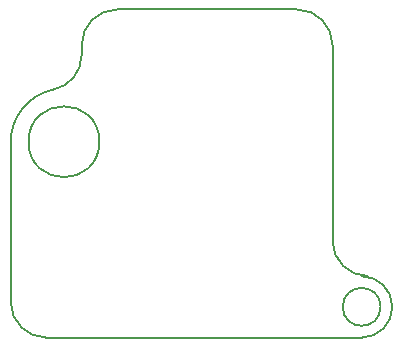
<source format=gbr>
%TF.GenerationSoftware,KiCad,Pcbnew,8.0.1*%
%TF.CreationDate,2024-07-18T22:05:33+09:00*%
%TF.ProjectId,Dribbler-20240708,44726962-626c-4657-922d-323032343037,rev?*%
%TF.SameCoordinates,Original*%
%TF.FileFunction,Profile,NP*%
%FSLAX46Y46*%
G04 Gerber Fmt 4.6, Leading zero omitted, Abs format (unit mm)*
G04 Created by KiCad (PCBNEW 8.0.1) date 2024-07-18 22:05:33*
%MOMM*%
%LPD*%
G01*
G04 APERTURE LIST*
%TA.AperFunction,Profile*%
%ADD10C,0.200000*%
%TD*%
G04 APERTURE END LIST*
D10*
X107380000Y-90110000D02*
X122620000Y-90110000D01*
X101380000Y-117890000D02*
G75*
G02*
X98380000Y-114890000I0J3000000D01*
G01*
X128620000Y-112690000D02*
X128088000Y-112690000D01*
X104380019Y-93109981D02*
G75*
G02*
X107380000Y-90110019I2999981J-19D01*
G01*
X104380019Y-93959481D02*
X104380019Y-93109981D01*
X128088000Y-112690000D02*
G75*
G02*
X128087981Y-117890000I0J-2600000D01*
G01*
X125620019Y-93129212D02*
X125620019Y-109690000D01*
X128620000Y-112690000D02*
G75*
G02*
X125620000Y-109690000I0J3000000D01*
G01*
X98380019Y-101307981D02*
G75*
G02*
X101980018Y-96898874I4499981J41D01*
G01*
X129687981Y-115290000D02*
G75*
G02*
X126487981Y-115290000I-1600000J0D01*
G01*
X126487981Y-115290000D02*
G75*
G02*
X129687981Y-115290000I1600000J0D01*
G01*
X104380019Y-93959481D02*
G75*
G02*
X101980024Y-96898902I-3000019J-19D01*
G01*
X98380019Y-114890000D02*
X98380019Y-101307981D01*
X128087981Y-117890000D02*
X101380000Y-117890000D01*
X105880019Y-101307962D02*
G75*
G02*
X99880019Y-101307962I-3000000J0D01*
G01*
X99880019Y-101307962D02*
G75*
G02*
X105880019Y-101307962I3000000J0D01*
G01*
X122620000Y-90110000D02*
G75*
G02*
X125620040Y-93129212I-100J-3000200D01*
G01*
M02*

</source>
